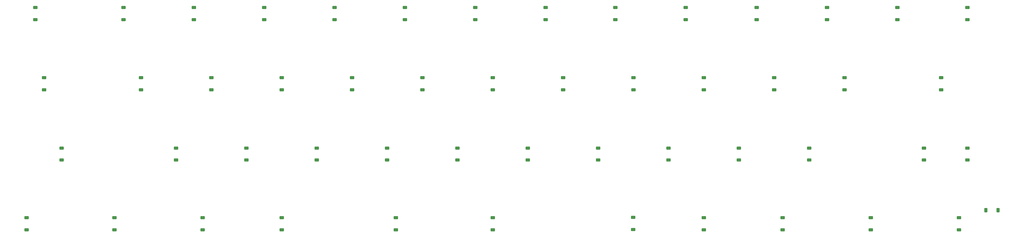
<source format=gbr>
%TF.GenerationSoftware,KiCad,Pcbnew,9.0.2*%
%TF.CreationDate,2025-07-09T23:02:58+05:30*%
%TF.ProjectId,comfort40pcb,636f6d66-6f72-4743-9430-7063622e6b69,rev?*%
%TF.SameCoordinates,Original*%
%TF.FileFunction,Paste,Bot*%
%TF.FilePolarity,Positive*%
%FSLAX46Y46*%
G04 Gerber Fmt 4.6, Leading zero omitted, Abs format (unit mm)*
G04 Created by KiCad (PCBNEW 9.0.2) date 2025-07-09 23:02:58*
%MOMM*%
%LPD*%
G01*
G04 APERTURE LIST*
G04 Aperture macros list*
%AMRoundRect*
0 Rectangle with rounded corners*
0 $1 Rounding radius*
0 $2 $3 $4 $5 $6 $7 $8 $9 X,Y pos of 4 corners*
0 Add a 4 corners polygon primitive as box body*
4,1,4,$2,$3,$4,$5,$6,$7,$8,$9,$2,$3,0*
0 Add four circle primitives for the rounded corners*
1,1,$1+$1,$2,$3*
1,1,$1+$1,$4,$5*
1,1,$1+$1,$6,$7*
1,1,$1+$1,$8,$9*
0 Add four rect primitives between the rounded corners*
20,1,$1+$1,$2,$3,$4,$5,0*
20,1,$1+$1,$4,$5,$6,$7,0*
20,1,$1+$1,$6,$7,$8,$9,0*
20,1,$1+$1,$8,$9,$2,$3,0*%
G04 Aperture macros list end*
%ADD10RoundRect,0.225000X0.375000X-0.225000X0.375000X0.225000X-0.375000X0.225000X-0.375000X-0.225000X0*%
%ADD11RoundRect,0.225000X-0.225000X-0.375000X0.225000X-0.375000X0.225000X0.375000X-0.225000X0.375000X0*%
G04 APERTURE END LIST*
D10*
%TO.C,D30*%
X149788750Y-113620000D03*
X149788750Y-110320000D03*
%TD*%
%TO.C,D25*%
X292656250Y-94500000D03*
X292656250Y-91200000D03*
%TD*%
%TO.C,D42*%
X342700000Y-132510000D03*
X342700000Y-129210000D03*
%TD*%
%TO.C,D24*%
X273606250Y-94500000D03*
X273606250Y-91200000D03*
%TD*%
%TO.C,D5*%
X173618750Y-75460000D03*
X173618750Y-72160000D03*
%TD*%
%TO.C,D48*%
X190250000Y-132510000D03*
X190250000Y-129210000D03*
%TD*%
%TO.C,D16*%
X121206250Y-94500000D03*
X121206250Y-91200000D03*
%TD*%
%TO.C,D51*%
X114056250Y-132510000D03*
X114056250Y-129210000D03*
%TD*%
%TO.C,D18*%
X159306250Y-94500000D03*
X159306250Y-91200000D03*
%TD*%
%TO.C,D11*%
X287918750Y-75460000D03*
X287918750Y-72160000D03*
%TD*%
%TO.C,D13*%
X326018750Y-75460000D03*
X326018750Y-72160000D03*
%TD*%
%TO.C,D37*%
X283138750Y-113620000D03*
X283138750Y-110320000D03*
%TD*%
%TO.C,D43*%
X318828750Y-132510000D03*
X318828750Y-129210000D03*
%TD*%
%TO.C,D17*%
X140256250Y-94500000D03*
X140256250Y-91200000D03*
%TD*%
%TO.C,D23*%
X254556250Y-94500000D03*
X254556250Y-91200000D03*
%TD*%
%TO.C,D47*%
X216500000Y-132510000D03*
X216500000Y-129210000D03*
%TD*%
%TO.C,D8*%
X230768750Y-75460000D03*
X230768750Y-72160000D03*
%TD*%
%TO.C,D4*%
X154568750Y-75460000D03*
X154568750Y-72160000D03*
%TD*%
%TO.C,D20*%
X197406250Y-94500000D03*
X197406250Y-91200000D03*
%TD*%
%TO.C,D7*%
X211718750Y-75460000D03*
X211718750Y-72160000D03*
%TD*%
%TO.C,D35*%
X245038750Y-113620000D03*
X245038750Y-110320000D03*
%TD*%
D11*
%TO.C,D40*%
X350000000Y-127210000D03*
X353300000Y-127210000D03*
%TD*%
D10*
%TO.C,D33*%
X206938750Y-113620000D03*
X206938750Y-110320000D03*
%TD*%
%TO.C,D45*%
X273646250Y-132510000D03*
X273646250Y-129210000D03*
%TD*%
%TO.C,D32*%
X187888750Y-113620000D03*
X187888750Y-110320000D03*
%TD*%
%TO.C,D50*%
X137888750Y-132510000D03*
X137888750Y-129210000D03*
%TD*%
%TO.C,D36*%
X264088750Y-113620000D03*
X264088750Y-110320000D03*
%TD*%
%TO.C,D1*%
X92650000Y-75460000D03*
X92650000Y-72160000D03*
%TD*%
%TO.C,D39*%
X333220000Y-113620000D03*
X333220000Y-110320000D03*
%TD*%
%TO.C,D41*%
X345050000Y-113620000D03*
X345050000Y-110320000D03*
%TD*%
%TO.C,D46*%
X254538750Y-132435000D03*
X254538750Y-129135000D03*
%TD*%
%TO.C,D22*%
X235506250Y-94500000D03*
X235506250Y-91200000D03*
%TD*%
%TO.C,D28*%
X99766250Y-113620000D03*
X99766250Y-110320000D03*
%TD*%
%TO.C,D12*%
X306968750Y-75460000D03*
X306968750Y-72160000D03*
%TD*%
%TO.C,D27*%
X337900000Y-94500000D03*
X337900000Y-91200000D03*
%TD*%
%TO.C,D15*%
X95000000Y-94500000D03*
X95000000Y-91200000D03*
%TD*%
%TO.C,D52*%
X90260000Y-132510000D03*
X90260000Y-129210000D03*
%TD*%
%TO.C,D2*%
X116468750Y-75460000D03*
X116468750Y-72160000D03*
%TD*%
%TO.C,D38*%
X302188750Y-113620000D03*
X302188750Y-110320000D03*
%TD*%
%TO.C,D34*%
X225988750Y-113620000D03*
X225988750Y-110320000D03*
%TD*%
%TO.C,D26*%
X311706250Y-94500000D03*
X311706250Y-91200000D03*
%TD*%
%TO.C,D6*%
X192668750Y-75460000D03*
X192668750Y-72160000D03*
%TD*%
%TO.C,D19*%
X178356250Y-94500000D03*
X178356250Y-91200000D03*
%TD*%
%TO.C,D21*%
X216456250Y-94500000D03*
X216456250Y-91200000D03*
%TD*%
%TO.C,D9*%
X249658750Y-75460000D03*
X249658750Y-72160000D03*
%TD*%
%TO.C,D3*%
X135518750Y-75460000D03*
X135518750Y-72160000D03*
%TD*%
%TO.C,D49*%
X159316250Y-132510000D03*
X159316250Y-129210000D03*
%TD*%
%TO.C,D10*%
X268706250Y-75460000D03*
X268706250Y-72160000D03*
%TD*%
%TO.C,D31*%
X168838750Y-113620000D03*
X168838750Y-110320000D03*
%TD*%
%TO.C,D44*%
X295008750Y-132510000D03*
X295008750Y-129210000D03*
%TD*%
%TO.C,D29*%
X130738750Y-113620000D03*
X130738750Y-110320000D03*
%TD*%
%TO.C,D14*%
X345050000Y-75450000D03*
X345050000Y-72150000D03*
%TD*%
M02*

</source>
